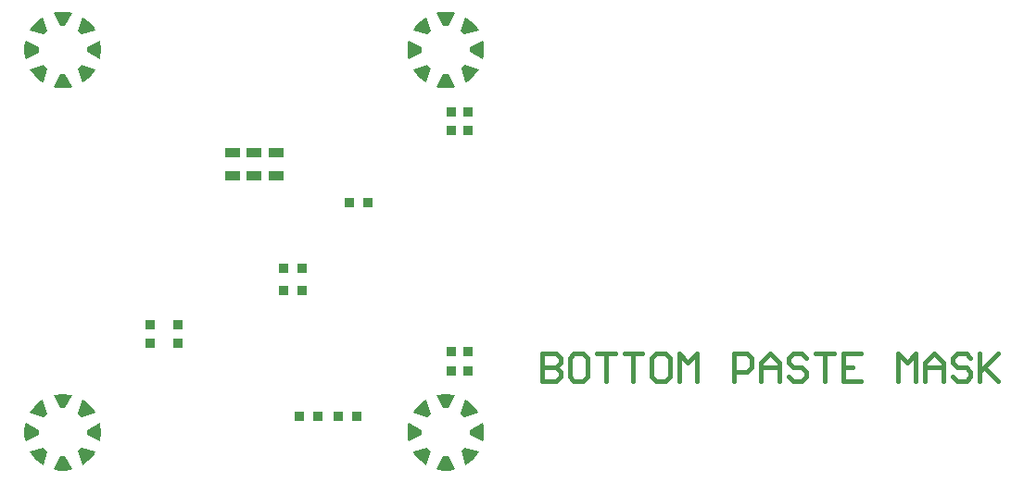
<source format=gbp>
G04*
G04 #@! TF.GenerationSoftware,Altium Limited,Altium Designer,23.4.1 (23)*
G04*
G04 Layer_Color=128*
%FSLAX44Y44*%
%MOMM*%
G71*
G04*
G04 #@! TF.SameCoordinates,AC87B314-1984-4FFE-BA22-F28876D7C55D*
G04*
G04*
G04 #@! TF.FilePolarity,Positive*
G04*
G01*
G75*
%ADD17C,0.4000*%
G04:AMPARAMS|DCode=29|XSize=0.9mm|YSize=1.4mm|CornerRadius=0.0675mm|HoleSize=0mm|Usage=FLASHONLY|Rotation=270.000|XOffset=0mm|YOffset=0mm|HoleType=Round|Shape=RoundedRectangle|*
%AMROUNDEDRECTD29*
21,1,0.9000,1.2650,0,0,270.0*
21,1,0.7650,1.4000,0,0,270.0*
1,1,0.1350,-0.6325,-0.3825*
1,1,0.1350,-0.6325,0.3825*
1,1,0.1350,0.6325,0.3825*
1,1,0.1350,0.6325,-0.3825*
%
%ADD29ROUNDEDRECTD29*%
G04:AMPARAMS|DCode=34|XSize=0.9mm|YSize=0.8mm|CornerRadius=0.06mm|HoleSize=0mm|Usage=FLASHONLY|Rotation=0.000|XOffset=0mm|YOffset=0mm|HoleType=Round|Shape=RoundedRectangle|*
%AMROUNDEDRECTD34*
21,1,0.9000,0.6800,0,0,0.0*
21,1,0.7800,0.8000,0,0,0.0*
1,1,0.1200,0.3900,-0.3400*
1,1,0.1200,-0.3900,-0.3400*
1,1,0.1200,-0.3900,0.3400*
1,1,0.1200,0.3900,0.3400*
%
%ADD34ROUNDEDRECTD34*%
G04:AMPARAMS|DCode=81|XSize=0.9mm|YSize=0.8mm|CornerRadius=0.06mm|HoleSize=0mm|Usage=FLASHONLY|Rotation=90.000|XOffset=0mm|YOffset=0mm|HoleType=Round|Shape=RoundedRectangle|*
%AMROUNDEDRECTD81*
21,1,0.9000,0.6800,0,0,90.0*
21,1,0.7800,0.8000,0,0,90.0*
1,1,0.1200,0.3400,0.3900*
1,1,0.1200,0.3400,-0.3900*
1,1,0.1200,-0.3400,-0.3900*
1,1,0.1200,-0.3400,0.3900*
%
%ADD81ROUNDEDRECTD81*%
G36*
X256410Y84476D02*
X258507Y83950D01*
X252220Y71960D01*
X247680D01*
X241404Y83928D01*
Y83928D01*
X241404D01*
X243501Y84459D01*
X247792Y84997D01*
X252117Y85003D01*
X256410Y84476D01*
D02*
G37*
G36*
X267913Y80069D02*
X269771Y78962D01*
X273185Y76308D01*
X276248Y73254D01*
X278911Y69846D01*
X280022Y67991D01*
X267098Y63958D01*
X263888Y67169D01*
X267913Y80069D01*
X267913Y80069D01*
Y80069D01*
D02*
G37*
G36*
X236042Y67098D02*
X232831Y63888D01*
X219931Y67913D01*
X219931Y67913D01*
X221038Y69771D01*
X223692Y73185D01*
X226746Y76248D01*
X230154Y78910D01*
X232009Y80022D01*
X236042Y67098D01*
D02*
G37*
G36*
X284459Y56499D02*
X284997Y52208D01*
X285003Y47883D01*
X284476Y43590D01*
X283950Y41493D01*
X271960Y47780D01*
Y52320D01*
X283928Y58596D01*
X283928D01*
X284459Y56499D01*
D02*
G37*
G36*
X228040Y52220D02*
Y47680D01*
X216072Y41404D01*
X216072D01*
X216072Y41404D01*
X215541Y43501D01*
X215003Y47792D01*
X214997Y52117D01*
X215524Y56410D01*
X216050Y58507D01*
X228040Y52220D01*
D02*
G37*
G36*
X280069Y32087D02*
X280069Y32087D01*
X280069Y32087D01*
X278962Y30229D01*
X276308Y26815D01*
X273254Y23752D01*
X269846Y21089D01*
X267991Y19978D01*
X263958Y32902D01*
X267169Y36112D01*
X280069Y32087D01*
D02*
G37*
G36*
X236112Y32831D02*
X232087Y19931D01*
X232087Y19931D01*
X232087D01*
X230229Y21038D01*
X226815Y23692D01*
X223752Y26746D01*
X221089Y30154D01*
X219978Y32009D01*
X232902Y36042D01*
X236112Y32831D01*
D02*
G37*
G36*
X258596Y16072D02*
Y16072D01*
Y16072D01*
X256499Y15541D01*
X252208Y15003D01*
X247883Y14997D01*
X243590Y15524D01*
X241493Y16050D01*
X247780Y28040D01*
X252320D01*
X258596Y16072D01*
D02*
G37*
G36*
X606410Y84476D02*
X608507Y83950D01*
X602220Y71960D01*
X597680D01*
X591404Y83928D01*
Y83928D01*
X591404D01*
X593501Y84459D01*
X597792Y84997D01*
X602117Y85003D01*
X606410Y84476D01*
D02*
G37*
G36*
X617913Y80069D02*
X619771Y78962D01*
X623185Y76308D01*
X626248Y73254D01*
X628910Y69846D01*
X630022Y67991D01*
X617098Y63958D01*
X613888Y67169D01*
X617913Y80069D01*
X617913Y80069D01*
Y80069D01*
D02*
G37*
G36*
X586042Y67098D02*
X582831Y63888D01*
X569931Y67913D01*
X569931Y67913D01*
X571038Y69771D01*
X573692Y73185D01*
X576746Y76248D01*
X580154Y78910D01*
X582009Y80022D01*
X586042Y67098D01*
D02*
G37*
G36*
X634459Y56499D02*
X634997Y52208D01*
X635003Y47883D01*
X634476Y43590D01*
X633950Y41493D01*
X621960Y47780D01*
Y52320D01*
X633928Y58596D01*
X633928D01*
X634459Y56499D01*
D02*
G37*
G36*
X578040Y52220D02*
Y47680D01*
X566072Y41404D01*
X566072D01*
X566072Y41404D01*
X565541Y43501D01*
X565003Y47792D01*
X564997Y52117D01*
X565524Y56410D01*
X566050Y58507D01*
X578040Y52220D01*
D02*
G37*
G36*
X630069Y32087D02*
X630069Y32087D01*
X630069Y32087D01*
X628962Y30229D01*
X626308Y26815D01*
X623254Y23752D01*
X619846Y21089D01*
X617991Y19978D01*
X613958Y32902D01*
X617169Y36112D01*
X630069Y32087D01*
D02*
G37*
G36*
X586112Y32831D02*
X582087Y19931D01*
X582087Y19931D01*
X582087D01*
X580229Y21038D01*
X576814Y23692D01*
X573752Y26746D01*
X571090Y30154D01*
X569978Y32009D01*
X582902Y36042D01*
X586112Y32831D01*
D02*
G37*
G36*
X608596Y16072D02*
Y16072D01*
Y16072D01*
X606499Y15541D01*
X602208Y15003D01*
X597883Y14997D01*
X593590Y15524D01*
X591493Y16050D01*
X597780Y28040D01*
X602320D01*
X608596Y16072D01*
D02*
G37*
G36*
X256410Y434476D02*
X258507Y433950D01*
X252220Y421960D01*
X247680D01*
X241404Y433928D01*
Y433928D01*
X241404D01*
X243501Y434459D01*
X247792Y434997D01*
X252117Y435003D01*
X256410Y434476D01*
D02*
G37*
G36*
X267913Y430069D02*
X269771Y428962D01*
X273185Y426308D01*
X276248Y423254D01*
X278911Y419846D01*
X280022Y417991D01*
X267098Y413958D01*
X263888Y417169D01*
X267913Y430069D01*
X267913Y430069D01*
Y430069D01*
D02*
G37*
G36*
X236042Y417098D02*
X232831Y413888D01*
X219931Y417913D01*
X219931Y417913D01*
X221038Y419771D01*
X223692Y423185D01*
X226746Y426248D01*
X230154Y428910D01*
X232009Y430022D01*
X236042Y417098D01*
D02*
G37*
G36*
X284459Y406499D02*
X284997Y402208D01*
X285003Y397883D01*
X284476Y393590D01*
X283950Y391493D01*
X271960Y397780D01*
Y402320D01*
X283928Y408596D01*
X283928D01*
X284459Y406499D01*
D02*
G37*
G36*
X228040Y402220D02*
Y397680D01*
X216072Y391404D01*
X216072D01*
X216072Y391404D01*
X215541Y393501D01*
X215003Y397792D01*
X214997Y402117D01*
X215524Y406410D01*
X216050Y408507D01*
X228040Y402220D01*
D02*
G37*
G36*
X280069Y382087D02*
X280069Y382087D01*
X280069Y382087D01*
X278962Y380229D01*
X276308Y376814D01*
X273254Y373752D01*
X269846Y371090D01*
X267991Y369978D01*
X263958Y382902D01*
X267169Y386112D01*
X280069Y382087D01*
D02*
G37*
G36*
X236112Y382831D02*
X232087Y369931D01*
X232087Y369931D01*
X232087D01*
X230229Y371038D01*
X226815Y373692D01*
X223752Y376746D01*
X221089Y380154D01*
X219978Y382009D01*
X232902Y386042D01*
X236112Y382831D01*
D02*
G37*
G36*
X258596Y366072D02*
Y366072D01*
Y366072D01*
X256499Y365541D01*
X252208Y365003D01*
X247883Y364997D01*
X243590Y365524D01*
X241493Y366050D01*
X247780Y378040D01*
X252320D01*
X258596Y366072D01*
D02*
G37*
G36*
X606410Y434476D02*
X608507Y433950D01*
X602220Y421960D01*
X597680D01*
X591404Y433928D01*
Y433928D01*
X591404D01*
X593501Y434459D01*
X597792Y434997D01*
X602117Y435003D01*
X606410Y434476D01*
D02*
G37*
G36*
X617913Y430069D02*
X619771Y428962D01*
X623185Y426308D01*
X626248Y423254D01*
X628910Y419846D01*
X630022Y417991D01*
X617098Y413958D01*
X613888Y417169D01*
X617913Y430069D01*
X617913Y430069D01*
Y430069D01*
D02*
G37*
G36*
X586042Y417098D02*
X582831Y413888D01*
X569931Y417913D01*
X569931Y417913D01*
X571038Y419771D01*
X573692Y423185D01*
X576746Y426248D01*
X580154Y428910D01*
X582009Y430022D01*
X586042Y417098D01*
D02*
G37*
G36*
X634459Y406499D02*
X634997Y402208D01*
X635003Y397883D01*
X634476Y393590D01*
X633950Y391493D01*
X621960Y397780D01*
Y402320D01*
X633928Y408596D01*
X633928D01*
X634459Y406499D01*
D02*
G37*
G36*
X578040Y402220D02*
Y397680D01*
X566072Y391404D01*
X566072D01*
X566072Y391404D01*
X565541Y393501D01*
X565003Y397792D01*
X564997Y402117D01*
X565524Y406410D01*
X566050Y408507D01*
X578040Y402220D01*
D02*
G37*
G36*
X630069Y382087D02*
X630069Y382087D01*
X630069Y382087D01*
X628962Y380229D01*
X626308Y376815D01*
X623254Y373752D01*
X619846Y371090D01*
X617991Y369978D01*
X613958Y382902D01*
X617169Y386112D01*
X630069Y382087D01*
D02*
G37*
G36*
X586112Y382831D02*
X582087Y369931D01*
X582087Y369931D01*
X582087D01*
X580229Y371038D01*
X576814Y373692D01*
X573752Y376746D01*
X571090Y380154D01*
X569978Y382009D01*
X582902Y386042D01*
X586112Y382831D01*
D02*
G37*
G36*
X608596Y366072D02*
Y366072D01*
Y366072D01*
X606499Y365541D01*
X602208Y365003D01*
X597883Y364997D01*
X593590Y365524D01*
X591493Y366050D01*
X597780Y378040D01*
X602320D01*
X608596Y366072D01*
D02*
G37*
D17*
X688000Y122083D02*
Y97091D01*
X700496D01*
X704661Y101256D01*
Y105421D01*
X700496Y109587D01*
X688000D01*
X700496D01*
X704661Y113752D01*
Y117917D01*
X700496Y122083D01*
X688000D01*
X725488D02*
X717157D01*
X712992Y117917D01*
Y101256D01*
X717157Y97091D01*
X725488D01*
X729653Y101256D01*
Y117917D01*
X725488Y122083D01*
X737984D02*
X754645D01*
X746314D01*
Y97091D01*
X762976Y122083D02*
X779637D01*
X771306D01*
Y97091D01*
X800464Y122083D02*
X792133D01*
X787968Y117917D01*
Y101256D01*
X792133Y97091D01*
X800464D01*
X804629Y101256D01*
Y117917D01*
X800464Y122083D01*
X812960Y97091D02*
Y122083D01*
X821290Y113752D01*
X829621Y122083D01*
Y97091D01*
X862943D02*
Y122083D01*
X875439D01*
X879605Y117917D01*
Y109587D01*
X875439Y105421D01*
X862943D01*
X887935Y97091D02*
Y113752D01*
X896266Y122083D01*
X904597Y113752D01*
Y97091D01*
Y109587D01*
X887935D01*
X929589Y117917D02*
X925423Y122083D01*
X917093D01*
X912927Y117917D01*
Y113752D01*
X917093Y109587D01*
X925423D01*
X929589Y105421D01*
Y101256D01*
X925423Y97091D01*
X917093D01*
X912927Y101256D01*
X937919Y122083D02*
X954581D01*
X946250D01*
Y97091D01*
X979572Y122083D02*
X962911D01*
Y97091D01*
X979572D01*
X962911Y109587D02*
X971242D01*
X1012895Y97091D02*
Y122083D01*
X1021226Y113752D01*
X1029556Y122083D01*
Y97091D01*
X1037887D02*
Y113752D01*
X1046218Y122083D01*
X1054548Y113752D01*
Y97091D01*
Y109587D01*
X1037887D01*
X1079540Y117917D02*
X1075375Y122083D01*
X1067044D01*
X1062879Y117917D01*
Y113752D01*
X1067044Y109587D01*
X1075375D01*
X1079540Y105421D01*
Y101256D01*
X1075375Y97091D01*
X1067044D01*
X1062879Y101256D01*
X1087871Y122083D02*
Y97091D01*
Y105421D01*
X1104532Y122083D01*
X1092036Y109587D01*
X1104532Y97091D01*
D29*
X405000Y284500D02*
D03*
Y305500D02*
D03*
X425000Y284500D02*
D03*
Y305500D02*
D03*
X445000Y284500D02*
D03*
Y305500D02*
D03*
D34*
X468500Y200000D02*
D03*
X451500D02*
D03*
X451500Y180000D02*
D03*
X468500D02*
D03*
X511500Y260000D02*
D03*
X528500D02*
D03*
X518500Y65000D02*
D03*
X501500D02*
D03*
X483500D02*
D03*
X466500D02*
D03*
D81*
X605000Y106500D02*
D03*
Y123500D02*
D03*
X620000Y326500D02*
D03*
Y343500D02*
D03*
X355000Y148500D02*
D03*
Y131500D02*
D03*
X330000Y148500D02*
D03*
Y131500D02*
D03*
X620000Y106500D02*
D03*
Y123500D02*
D03*
X605000Y326500D02*
D03*
Y343500D02*
D03*
M02*

</source>
